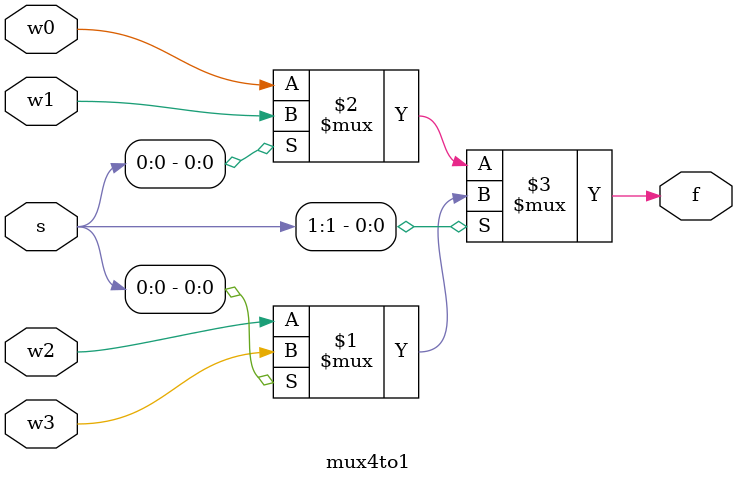
<source format=v>
module mux4to1(w0,w1,w2,w3,s, f);
	input w0,w1,w2,w3;
	input[1:0] s;
	output f;
	assign f = s[1]?(s[0]? w3:w2):(s[0]? w1:w0);
	
endmodule 
</source>
